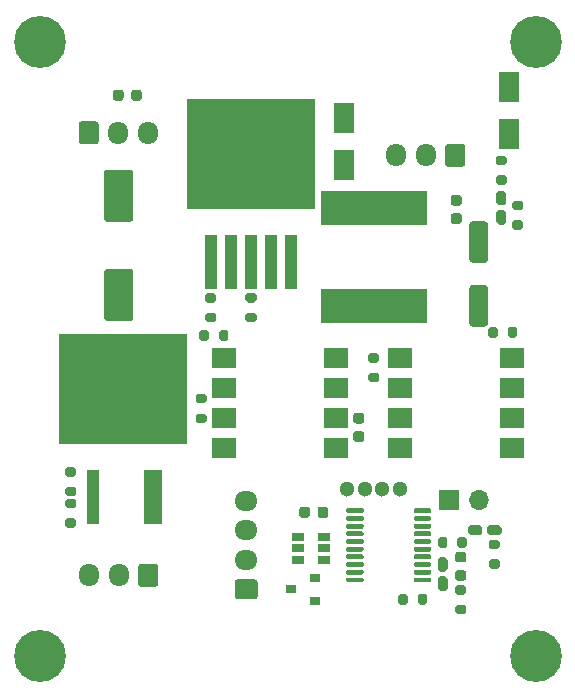
<source format=gts>
G04 #@! TF.GenerationSoftware,KiCad,Pcbnew,(5.1.8)-1*
G04 #@! TF.CreationDate,2021-03-23T12:55:02+03:00*
G04 #@! TF.ProjectId,uart_key,75617274-5f6b-4657-992e-6b696361645f,rev?*
G04 #@! TF.SameCoordinates,Original*
G04 #@! TF.FileFunction,Soldermask,Top*
G04 #@! TF.FilePolarity,Negative*
%FSLAX46Y46*%
G04 Gerber Fmt 4.6, Leading zero omitted, Abs format (unit mm)*
G04 Created by KiCad (PCBNEW (5.1.8)-1) date 2021-03-23 12:55:02*
%MOMM*%
%LPD*%
G01*
G04 APERTURE LIST*
%ADD10C,0.700000*%
%ADD11C,4.400000*%
%ADD12R,10.800000X9.400000*%
%ADD13R,1.100000X4.600000*%
%ADD14R,2.000000X1.780000*%
%ADD15R,0.900000X0.800000*%
%ADD16R,1.060000X0.650000*%
%ADD17R,1.500000X4.600000*%
%ADD18R,9.000000X3.000000*%
%ADD19O,1.700000X1.700000*%
%ADD20R,1.700000X1.700000*%
%ADD21O,1.700000X1.950000*%
%ADD22C,1.300000*%
%ADD23O,1.950000X1.700000*%
%ADD24R,1.800000X2.500000*%
G04 APERTURE END LIST*
D10*
X23166726Y-70833274D03*
X22000000Y-70350000D03*
X20833274Y-70833274D03*
X20350000Y-72000000D03*
X20833274Y-73166726D03*
X22000000Y-73650000D03*
X23166726Y-73166726D03*
X23650000Y-72000000D03*
D11*
X22000000Y-72000000D03*
D10*
X65166726Y-70833274D03*
X64000000Y-70350000D03*
X62833274Y-70833274D03*
X62350000Y-72000000D03*
X62833274Y-73166726D03*
X64000000Y-73650000D03*
X65166726Y-73166726D03*
X65650000Y-72000000D03*
D11*
X64000000Y-72000000D03*
D10*
X23166726Y-18833274D03*
X22000000Y-18350000D03*
X20833274Y-18833274D03*
X20350000Y-20000000D03*
X20833274Y-21166726D03*
X22000000Y-21650000D03*
X23166726Y-21166726D03*
X23650000Y-20000000D03*
D11*
X22000000Y-20000000D03*
D10*
X65166726Y-18833274D03*
X64000000Y-18350000D03*
X62833274Y-18833274D03*
X62350000Y-20000000D03*
X62833274Y-21166726D03*
X64000000Y-21650000D03*
X65166726Y-21166726D03*
X65650000Y-20000000D03*
D11*
X64000000Y-20000000D03*
G36*
G01*
X29690000Y-35200000D02*
X27690000Y-35200000D01*
G75*
G02*
X27440000Y-34950000I0J250000D01*
G01*
X27440000Y-31050000D01*
G75*
G02*
X27690000Y-30800000I250000J0D01*
G01*
X29690000Y-30800000D01*
G75*
G02*
X29940000Y-31050000I0J-250000D01*
G01*
X29940000Y-34950000D01*
G75*
G02*
X29690000Y-35200000I-250000J0D01*
G01*
G37*
G36*
G01*
X29690000Y-43600000D02*
X27690000Y-43600000D01*
G75*
G02*
X27440000Y-43350000I0J250000D01*
G01*
X27440000Y-39450000D01*
G75*
G02*
X27690000Y-39200000I250000J0D01*
G01*
X29690000Y-39200000D01*
G75*
G02*
X29940000Y-39450000I0J-250000D01*
G01*
X29940000Y-43350000D01*
G75*
G02*
X29690000Y-43600000I-250000J0D01*
G01*
G37*
G36*
G01*
X53162500Y-66897000D02*
X53162500Y-67447000D01*
G75*
G02*
X52962500Y-67647000I-200000J0D01*
G01*
X52562500Y-67647000D01*
G75*
G02*
X52362500Y-67447000I0J200000D01*
G01*
X52362500Y-66897000D01*
G75*
G02*
X52562500Y-66697000I200000J0D01*
G01*
X52962500Y-66697000D01*
G75*
G02*
X53162500Y-66897000I0J-200000D01*
G01*
G37*
G36*
G01*
X54812500Y-66897000D02*
X54812500Y-67447000D01*
G75*
G02*
X54612500Y-67647000I-200000J0D01*
G01*
X54212500Y-67647000D01*
G75*
G02*
X54012500Y-67447000I0J200000D01*
G01*
X54012500Y-66897000D01*
G75*
G02*
X54212500Y-66697000I200000J0D01*
G01*
X54612500Y-66697000D01*
G75*
G02*
X54812500Y-66897000I0J-200000D01*
G01*
G37*
D12*
X39885000Y-29465000D03*
D13*
X43285000Y-38615000D03*
X41585000Y-38615000D03*
X39885000Y-38615000D03*
X38185000Y-38615000D03*
X36485000Y-38615000D03*
D14*
X62030000Y-46725000D03*
X52500000Y-54345000D03*
X62030000Y-49265000D03*
X52500000Y-51805000D03*
X62030000Y-51805000D03*
X52500000Y-49265000D03*
X62030000Y-54345000D03*
X52500000Y-46725000D03*
D15*
X43295000Y-66330000D03*
X45295000Y-65380000D03*
X45295000Y-67280000D03*
D14*
X47113835Y-46759251D03*
X37583835Y-54379251D03*
X47113835Y-49299251D03*
X37583835Y-51839251D03*
X47113835Y-51839251D03*
X37583835Y-49299251D03*
X47113835Y-54379251D03*
X37583835Y-46759251D03*
G36*
G01*
X49425000Y-65425000D02*
X49425000Y-65625000D01*
G75*
G02*
X49325000Y-65725000I-100000J0D01*
G01*
X48050000Y-65725000D01*
G75*
G02*
X47950000Y-65625000I0J100000D01*
G01*
X47950000Y-65425000D01*
G75*
G02*
X48050000Y-65325000I100000J0D01*
G01*
X49325000Y-65325000D01*
G75*
G02*
X49425000Y-65425000I0J-100000D01*
G01*
G37*
G36*
G01*
X49425000Y-64775000D02*
X49425000Y-64975000D01*
G75*
G02*
X49325000Y-65075000I-100000J0D01*
G01*
X48050000Y-65075000D01*
G75*
G02*
X47950000Y-64975000I0J100000D01*
G01*
X47950000Y-64775000D01*
G75*
G02*
X48050000Y-64675000I100000J0D01*
G01*
X49325000Y-64675000D01*
G75*
G02*
X49425000Y-64775000I0J-100000D01*
G01*
G37*
G36*
G01*
X49425000Y-64125000D02*
X49425000Y-64325000D01*
G75*
G02*
X49325000Y-64425000I-100000J0D01*
G01*
X48050000Y-64425000D01*
G75*
G02*
X47950000Y-64325000I0J100000D01*
G01*
X47950000Y-64125000D01*
G75*
G02*
X48050000Y-64025000I100000J0D01*
G01*
X49325000Y-64025000D01*
G75*
G02*
X49425000Y-64125000I0J-100000D01*
G01*
G37*
G36*
G01*
X49425000Y-63475000D02*
X49425000Y-63675000D01*
G75*
G02*
X49325000Y-63775000I-100000J0D01*
G01*
X48050000Y-63775000D01*
G75*
G02*
X47950000Y-63675000I0J100000D01*
G01*
X47950000Y-63475000D01*
G75*
G02*
X48050000Y-63375000I100000J0D01*
G01*
X49325000Y-63375000D01*
G75*
G02*
X49425000Y-63475000I0J-100000D01*
G01*
G37*
G36*
G01*
X49425000Y-62825000D02*
X49425000Y-63025000D01*
G75*
G02*
X49325000Y-63125000I-100000J0D01*
G01*
X48050000Y-63125000D01*
G75*
G02*
X47950000Y-63025000I0J100000D01*
G01*
X47950000Y-62825000D01*
G75*
G02*
X48050000Y-62725000I100000J0D01*
G01*
X49325000Y-62725000D01*
G75*
G02*
X49425000Y-62825000I0J-100000D01*
G01*
G37*
G36*
G01*
X49425000Y-62175000D02*
X49425000Y-62375000D01*
G75*
G02*
X49325000Y-62475000I-100000J0D01*
G01*
X48050000Y-62475000D01*
G75*
G02*
X47950000Y-62375000I0J100000D01*
G01*
X47950000Y-62175000D01*
G75*
G02*
X48050000Y-62075000I100000J0D01*
G01*
X49325000Y-62075000D01*
G75*
G02*
X49425000Y-62175000I0J-100000D01*
G01*
G37*
G36*
G01*
X49425000Y-61525000D02*
X49425000Y-61725000D01*
G75*
G02*
X49325000Y-61825000I-100000J0D01*
G01*
X48050000Y-61825000D01*
G75*
G02*
X47950000Y-61725000I0J100000D01*
G01*
X47950000Y-61525000D01*
G75*
G02*
X48050000Y-61425000I100000J0D01*
G01*
X49325000Y-61425000D01*
G75*
G02*
X49425000Y-61525000I0J-100000D01*
G01*
G37*
G36*
G01*
X49425000Y-60875000D02*
X49425000Y-61075000D01*
G75*
G02*
X49325000Y-61175000I-100000J0D01*
G01*
X48050000Y-61175000D01*
G75*
G02*
X47950000Y-61075000I0J100000D01*
G01*
X47950000Y-60875000D01*
G75*
G02*
X48050000Y-60775000I100000J0D01*
G01*
X49325000Y-60775000D01*
G75*
G02*
X49425000Y-60875000I0J-100000D01*
G01*
G37*
G36*
G01*
X49425000Y-60225000D02*
X49425000Y-60425000D01*
G75*
G02*
X49325000Y-60525000I-100000J0D01*
G01*
X48050000Y-60525000D01*
G75*
G02*
X47950000Y-60425000I0J100000D01*
G01*
X47950000Y-60225000D01*
G75*
G02*
X48050000Y-60125000I100000J0D01*
G01*
X49325000Y-60125000D01*
G75*
G02*
X49425000Y-60225000I0J-100000D01*
G01*
G37*
G36*
G01*
X49425000Y-59575000D02*
X49425000Y-59775000D01*
G75*
G02*
X49325000Y-59875000I-100000J0D01*
G01*
X48050000Y-59875000D01*
G75*
G02*
X47950000Y-59775000I0J100000D01*
G01*
X47950000Y-59575000D01*
G75*
G02*
X48050000Y-59475000I100000J0D01*
G01*
X49325000Y-59475000D01*
G75*
G02*
X49425000Y-59575000I0J-100000D01*
G01*
G37*
G36*
G01*
X55150000Y-59575000D02*
X55150000Y-59775000D01*
G75*
G02*
X55050000Y-59875000I-100000J0D01*
G01*
X53775000Y-59875000D01*
G75*
G02*
X53675000Y-59775000I0J100000D01*
G01*
X53675000Y-59575000D01*
G75*
G02*
X53775000Y-59475000I100000J0D01*
G01*
X55050000Y-59475000D01*
G75*
G02*
X55150000Y-59575000I0J-100000D01*
G01*
G37*
G36*
G01*
X55150000Y-60225000D02*
X55150000Y-60425000D01*
G75*
G02*
X55050000Y-60525000I-100000J0D01*
G01*
X53775000Y-60525000D01*
G75*
G02*
X53675000Y-60425000I0J100000D01*
G01*
X53675000Y-60225000D01*
G75*
G02*
X53775000Y-60125000I100000J0D01*
G01*
X55050000Y-60125000D01*
G75*
G02*
X55150000Y-60225000I0J-100000D01*
G01*
G37*
G36*
G01*
X55150000Y-60875000D02*
X55150000Y-61075000D01*
G75*
G02*
X55050000Y-61175000I-100000J0D01*
G01*
X53775000Y-61175000D01*
G75*
G02*
X53675000Y-61075000I0J100000D01*
G01*
X53675000Y-60875000D01*
G75*
G02*
X53775000Y-60775000I100000J0D01*
G01*
X55050000Y-60775000D01*
G75*
G02*
X55150000Y-60875000I0J-100000D01*
G01*
G37*
G36*
G01*
X55150000Y-61525000D02*
X55150000Y-61725000D01*
G75*
G02*
X55050000Y-61825000I-100000J0D01*
G01*
X53775000Y-61825000D01*
G75*
G02*
X53675000Y-61725000I0J100000D01*
G01*
X53675000Y-61525000D01*
G75*
G02*
X53775000Y-61425000I100000J0D01*
G01*
X55050000Y-61425000D01*
G75*
G02*
X55150000Y-61525000I0J-100000D01*
G01*
G37*
G36*
G01*
X55150000Y-62175000D02*
X55150000Y-62375000D01*
G75*
G02*
X55050000Y-62475000I-100000J0D01*
G01*
X53775000Y-62475000D01*
G75*
G02*
X53675000Y-62375000I0J100000D01*
G01*
X53675000Y-62175000D01*
G75*
G02*
X53775000Y-62075000I100000J0D01*
G01*
X55050000Y-62075000D01*
G75*
G02*
X55150000Y-62175000I0J-100000D01*
G01*
G37*
G36*
G01*
X55150000Y-62825000D02*
X55150000Y-63025000D01*
G75*
G02*
X55050000Y-63125000I-100000J0D01*
G01*
X53775000Y-63125000D01*
G75*
G02*
X53675000Y-63025000I0J100000D01*
G01*
X53675000Y-62825000D01*
G75*
G02*
X53775000Y-62725000I100000J0D01*
G01*
X55050000Y-62725000D01*
G75*
G02*
X55150000Y-62825000I0J-100000D01*
G01*
G37*
G36*
G01*
X55150000Y-63475000D02*
X55150000Y-63675000D01*
G75*
G02*
X55050000Y-63775000I-100000J0D01*
G01*
X53775000Y-63775000D01*
G75*
G02*
X53675000Y-63675000I0J100000D01*
G01*
X53675000Y-63475000D01*
G75*
G02*
X53775000Y-63375000I100000J0D01*
G01*
X55050000Y-63375000D01*
G75*
G02*
X55150000Y-63475000I0J-100000D01*
G01*
G37*
G36*
G01*
X55150000Y-64125000D02*
X55150000Y-64325000D01*
G75*
G02*
X55050000Y-64425000I-100000J0D01*
G01*
X53775000Y-64425000D01*
G75*
G02*
X53675000Y-64325000I0J100000D01*
G01*
X53675000Y-64125000D01*
G75*
G02*
X53775000Y-64025000I100000J0D01*
G01*
X55050000Y-64025000D01*
G75*
G02*
X55150000Y-64125000I0J-100000D01*
G01*
G37*
G36*
G01*
X55150000Y-64775000D02*
X55150000Y-64975000D01*
G75*
G02*
X55050000Y-65075000I-100000J0D01*
G01*
X53775000Y-65075000D01*
G75*
G02*
X53675000Y-64975000I0J100000D01*
G01*
X53675000Y-64775000D01*
G75*
G02*
X53775000Y-64675000I100000J0D01*
G01*
X55050000Y-64675000D01*
G75*
G02*
X55150000Y-64775000I0J-100000D01*
G01*
G37*
G36*
G01*
X55150000Y-65425000D02*
X55150000Y-65625000D01*
G75*
G02*
X55050000Y-65725000I-100000J0D01*
G01*
X53775000Y-65725000D01*
G75*
G02*
X53675000Y-65625000I0J100000D01*
G01*
X53675000Y-65425000D01*
G75*
G02*
X53775000Y-65325000I100000J0D01*
G01*
X55050000Y-65325000D01*
G75*
G02*
X55150000Y-65425000I0J-100000D01*
G01*
G37*
D16*
X46046000Y-62854000D03*
X46046000Y-61904000D03*
X46046000Y-63804000D03*
X43846000Y-63804000D03*
X43846000Y-62854000D03*
X43846000Y-61904000D03*
G36*
G01*
X61630000Y-44841000D02*
X61630000Y-44291000D01*
G75*
G02*
X61830000Y-44091000I200000J0D01*
G01*
X62230000Y-44091000D01*
G75*
G02*
X62430000Y-44291000I0J-200000D01*
G01*
X62430000Y-44841000D01*
G75*
G02*
X62230000Y-45041000I-200000J0D01*
G01*
X61830000Y-45041000D01*
G75*
G02*
X61630000Y-44841000I0J200000D01*
G01*
G37*
G36*
G01*
X59980000Y-44841000D02*
X59980000Y-44291000D01*
G75*
G02*
X60180000Y-44091000I200000J0D01*
G01*
X60580000Y-44091000D01*
G75*
G02*
X60780000Y-44291000I0J-200000D01*
G01*
X60780000Y-44841000D01*
G75*
G02*
X60580000Y-45041000I-200000J0D01*
G01*
X60180000Y-45041000D01*
G75*
G02*
X59980000Y-44841000I0J200000D01*
G01*
G37*
G36*
G01*
X62197000Y-35085000D02*
X62747000Y-35085000D01*
G75*
G02*
X62947000Y-35285000I0J-200000D01*
G01*
X62947000Y-35685000D01*
G75*
G02*
X62747000Y-35885000I-200000J0D01*
G01*
X62197000Y-35885000D01*
G75*
G02*
X61997000Y-35685000I0J200000D01*
G01*
X61997000Y-35285000D01*
G75*
G02*
X62197000Y-35085000I200000J0D01*
G01*
G37*
G36*
G01*
X62197000Y-33435000D02*
X62747000Y-33435000D01*
G75*
G02*
X62947000Y-33635000I0J-200000D01*
G01*
X62947000Y-34035000D01*
G75*
G02*
X62747000Y-34235000I-200000J0D01*
G01*
X62197000Y-34235000D01*
G75*
G02*
X61997000Y-34035000I0J200000D01*
G01*
X61997000Y-33635000D01*
G75*
G02*
X62197000Y-33435000I200000J0D01*
G01*
G37*
G36*
G01*
X50005000Y-47975000D02*
X50555000Y-47975000D01*
G75*
G02*
X50755000Y-48175000I0J-200000D01*
G01*
X50755000Y-48575000D01*
G75*
G02*
X50555000Y-48775000I-200000J0D01*
G01*
X50005000Y-48775000D01*
G75*
G02*
X49805000Y-48575000I0J200000D01*
G01*
X49805000Y-48175000D01*
G75*
G02*
X50005000Y-47975000I200000J0D01*
G01*
G37*
G36*
G01*
X50005000Y-46325000D02*
X50555000Y-46325000D01*
G75*
G02*
X50755000Y-46525000I0J-200000D01*
G01*
X50755000Y-46925000D01*
G75*
G02*
X50555000Y-47125000I-200000J0D01*
G01*
X50005000Y-47125000D01*
G75*
G02*
X49805000Y-46925000I0J200000D01*
G01*
X49805000Y-46525000D01*
G75*
G02*
X50005000Y-46325000I200000J0D01*
G01*
G37*
G36*
G01*
X40160000Y-42045000D02*
X39610000Y-42045000D01*
G75*
G02*
X39410000Y-41845000I0J200000D01*
G01*
X39410000Y-41445000D01*
G75*
G02*
X39610000Y-41245000I200000J0D01*
G01*
X40160000Y-41245000D01*
G75*
G02*
X40360000Y-41445000I0J-200000D01*
G01*
X40360000Y-41845000D01*
G75*
G02*
X40160000Y-42045000I-200000J0D01*
G01*
G37*
G36*
G01*
X40160000Y-43695000D02*
X39610000Y-43695000D01*
G75*
G02*
X39410000Y-43495000I0J200000D01*
G01*
X39410000Y-43095000D01*
G75*
G02*
X39610000Y-42895000I200000J0D01*
G01*
X40160000Y-42895000D01*
G75*
G02*
X40360000Y-43095000I0J-200000D01*
G01*
X40360000Y-43495000D01*
G75*
G02*
X40160000Y-43695000I-200000J0D01*
G01*
G37*
G36*
G01*
X36210000Y-42895000D02*
X36760000Y-42895000D01*
G75*
G02*
X36960000Y-43095000I0J-200000D01*
G01*
X36960000Y-43495000D01*
G75*
G02*
X36760000Y-43695000I-200000J0D01*
G01*
X36210000Y-43695000D01*
G75*
G02*
X36010000Y-43495000I0J200000D01*
G01*
X36010000Y-43095000D01*
G75*
G02*
X36210000Y-42895000I200000J0D01*
G01*
G37*
G36*
G01*
X36210000Y-41245000D02*
X36760000Y-41245000D01*
G75*
G02*
X36960000Y-41445000I0J-200000D01*
G01*
X36960000Y-41845000D01*
G75*
G02*
X36760000Y-42045000I-200000J0D01*
G01*
X36210000Y-42045000D01*
G75*
G02*
X36010000Y-41845000I0J200000D01*
G01*
X36010000Y-41445000D01*
G75*
G02*
X36210000Y-41245000I200000J0D01*
G01*
G37*
G36*
G01*
X35950000Y-50589251D02*
X35400000Y-50589251D01*
G75*
G02*
X35200000Y-50389251I0J200000D01*
G01*
X35200000Y-49989251D01*
G75*
G02*
X35400000Y-49789251I200000J0D01*
G01*
X35950000Y-49789251D01*
G75*
G02*
X36150000Y-49989251I0J-200000D01*
G01*
X36150000Y-50389251D01*
G75*
G02*
X35950000Y-50589251I-200000J0D01*
G01*
G37*
G36*
G01*
X35950000Y-52239251D02*
X35400000Y-52239251D01*
G75*
G02*
X35200000Y-52039251I0J200000D01*
G01*
X35200000Y-51639251D01*
G75*
G02*
X35400000Y-51439251I200000J0D01*
G01*
X35950000Y-51439251D01*
G75*
G02*
X36150000Y-51639251I0J-200000D01*
G01*
X36150000Y-52039251D01*
G75*
G02*
X35950000Y-52239251I-200000J0D01*
G01*
G37*
G36*
G01*
X24901000Y-56778000D02*
X24351000Y-56778000D01*
G75*
G02*
X24151000Y-56578000I0J200000D01*
G01*
X24151000Y-56178000D01*
G75*
G02*
X24351000Y-55978000I200000J0D01*
G01*
X24901000Y-55978000D01*
G75*
G02*
X25101000Y-56178000I0J-200000D01*
G01*
X25101000Y-56578000D01*
G75*
G02*
X24901000Y-56778000I-200000J0D01*
G01*
G37*
G36*
G01*
X24901000Y-58428000D02*
X24351000Y-58428000D01*
G75*
G02*
X24151000Y-58228000I0J200000D01*
G01*
X24151000Y-57828000D01*
G75*
G02*
X24351000Y-57628000I200000J0D01*
G01*
X24901000Y-57628000D01*
G75*
G02*
X25101000Y-57828000I0J-200000D01*
G01*
X25101000Y-58228000D01*
G75*
G02*
X24901000Y-58428000I-200000J0D01*
G01*
G37*
G36*
G01*
X36330000Y-44545000D02*
X36330000Y-45095000D01*
G75*
G02*
X36130000Y-45295000I-200000J0D01*
G01*
X35730000Y-45295000D01*
G75*
G02*
X35530000Y-45095000I0J200000D01*
G01*
X35530000Y-44545000D01*
G75*
G02*
X35730000Y-44345000I200000J0D01*
G01*
X36130000Y-44345000D01*
G75*
G02*
X36330000Y-44545000I0J-200000D01*
G01*
G37*
G36*
G01*
X37980000Y-44545000D02*
X37980000Y-45095000D01*
G75*
G02*
X37780000Y-45295000I-200000J0D01*
G01*
X37380000Y-45295000D01*
G75*
G02*
X37180000Y-45095000I0J200000D01*
G01*
X37180000Y-44545000D01*
G75*
G02*
X37380000Y-44345000I200000J0D01*
G01*
X37780000Y-44345000D01*
G75*
G02*
X37980000Y-44545000I0J-200000D01*
G01*
G37*
G36*
G01*
X24901000Y-59444000D02*
X24351000Y-59444000D01*
G75*
G02*
X24151000Y-59244000I0J200000D01*
G01*
X24151000Y-58844000D01*
G75*
G02*
X24351000Y-58644000I200000J0D01*
G01*
X24901000Y-58644000D01*
G75*
G02*
X25101000Y-58844000I0J-200000D01*
G01*
X25101000Y-59244000D01*
G75*
G02*
X24901000Y-59444000I-200000J0D01*
G01*
G37*
G36*
G01*
X24901000Y-61094000D02*
X24351000Y-61094000D01*
G75*
G02*
X24151000Y-60894000I0J200000D01*
G01*
X24151000Y-60494000D01*
G75*
G02*
X24351000Y-60294000I200000J0D01*
G01*
X24901000Y-60294000D01*
G75*
G02*
X25101000Y-60494000I0J-200000D01*
G01*
X25101000Y-60894000D01*
G75*
G02*
X24901000Y-61094000I-200000J0D01*
G01*
G37*
G36*
G01*
X57921000Y-66788874D02*
X57371000Y-66788874D01*
G75*
G02*
X57171000Y-66588874I0J200000D01*
G01*
X57171000Y-66188874D01*
G75*
G02*
X57371000Y-65988874I200000J0D01*
G01*
X57921000Y-65988874D01*
G75*
G02*
X58121000Y-66188874I0J-200000D01*
G01*
X58121000Y-66588874D01*
G75*
G02*
X57921000Y-66788874I-200000J0D01*
G01*
G37*
G36*
G01*
X57921000Y-68438874D02*
X57371000Y-68438874D01*
G75*
G02*
X57171000Y-68238874I0J200000D01*
G01*
X57171000Y-67838874D01*
G75*
G02*
X57371000Y-67638874I200000J0D01*
G01*
X57921000Y-67638874D01*
G75*
G02*
X58121000Y-67838874I0J-200000D01*
G01*
X58121000Y-68238874D01*
G75*
G02*
X57921000Y-68438874I-200000J0D01*
G01*
G37*
G36*
G01*
X60765500Y-62937000D02*
X60215500Y-62937000D01*
G75*
G02*
X60015500Y-62737000I0J200000D01*
G01*
X60015500Y-62337000D01*
G75*
G02*
X60215500Y-62137000I200000J0D01*
G01*
X60765500Y-62137000D01*
G75*
G02*
X60965500Y-62337000I0J-200000D01*
G01*
X60965500Y-62737000D01*
G75*
G02*
X60765500Y-62937000I-200000J0D01*
G01*
G37*
G36*
G01*
X60765500Y-64587000D02*
X60215500Y-64587000D01*
G75*
G02*
X60015500Y-64387000I0J200000D01*
G01*
X60015500Y-63987000D01*
G75*
G02*
X60215500Y-63787000I200000J0D01*
G01*
X60765500Y-63787000D01*
G75*
G02*
X60965500Y-63987000I0J-200000D01*
G01*
X60965500Y-64387000D01*
G75*
G02*
X60765500Y-64587000I-200000J0D01*
G01*
G37*
G36*
G01*
X60800000Y-31275000D02*
X61350000Y-31275000D01*
G75*
G02*
X61550000Y-31475000I0J-200000D01*
G01*
X61550000Y-31875000D01*
G75*
G02*
X61350000Y-32075000I-200000J0D01*
G01*
X60800000Y-32075000D01*
G75*
G02*
X60600000Y-31875000I0J200000D01*
G01*
X60600000Y-31475000D01*
G75*
G02*
X60800000Y-31275000I200000J0D01*
G01*
G37*
G36*
G01*
X60800000Y-29625000D02*
X61350000Y-29625000D01*
G75*
G02*
X61550000Y-29825000I0J-200000D01*
G01*
X61550000Y-30225000D01*
G75*
G02*
X61350000Y-30425000I-200000J0D01*
G01*
X60800000Y-30425000D01*
G75*
G02*
X60600000Y-30225000I0J200000D01*
G01*
X60600000Y-29825000D01*
G75*
G02*
X60800000Y-29625000I200000J0D01*
G01*
G37*
G36*
G01*
X57372000Y-62621000D02*
X57372000Y-62071000D01*
G75*
G02*
X57572000Y-61871000I200000J0D01*
G01*
X57972000Y-61871000D01*
G75*
G02*
X58172000Y-62071000I0J-200000D01*
G01*
X58172000Y-62621000D01*
G75*
G02*
X57972000Y-62821000I-200000J0D01*
G01*
X57572000Y-62821000D01*
G75*
G02*
X57372000Y-62621000I0J200000D01*
G01*
G37*
G36*
G01*
X55722000Y-62621000D02*
X55722000Y-62071000D01*
G75*
G02*
X55922000Y-61871000I200000J0D01*
G01*
X56322000Y-61871000D01*
G75*
G02*
X56522000Y-62071000I0J-200000D01*
G01*
X56522000Y-62621000D01*
G75*
G02*
X56322000Y-62821000I-200000J0D01*
G01*
X55922000Y-62821000D01*
G75*
G02*
X55722000Y-62621000I0J200000D01*
G01*
G37*
D12*
X29090000Y-49380000D03*
D17*
X31630000Y-58530000D03*
D13*
X26550000Y-58530000D03*
D18*
X50280000Y-34025000D03*
X50280000Y-42325000D03*
D19*
X59170000Y-58790000D03*
D20*
X56630000Y-58790000D03*
D21*
X26190000Y-65140000D03*
X28690000Y-65140000D03*
G36*
G01*
X32040000Y-64415000D02*
X32040000Y-65865000D01*
G75*
G02*
X31790000Y-66115000I-250000J0D01*
G01*
X30590000Y-66115000D01*
G75*
G02*
X30340000Y-65865000I0J250000D01*
G01*
X30340000Y-64415000D01*
G75*
G02*
X30590000Y-64165000I250000J0D01*
G01*
X31790000Y-64165000D01*
G75*
G02*
X32040000Y-64415000I0J-250000D01*
G01*
G37*
D22*
X48010000Y-57822000D03*
X49510000Y-57822000D03*
X51010000Y-57822000D03*
X52510000Y-57822000D03*
D21*
X52185000Y-29580000D03*
X54685000Y-29580000D03*
G36*
G01*
X58035000Y-28855000D02*
X58035000Y-30305000D01*
G75*
G02*
X57785000Y-30555000I-250000J0D01*
G01*
X56585000Y-30555000D01*
G75*
G02*
X56335000Y-30305000I0J250000D01*
G01*
X56335000Y-28855000D01*
G75*
G02*
X56585000Y-28605000I250000J0D01*
G01*
X57785000Y-28605000D01*
G75*
G02*
X58035000Y-28855000I0J-250000D01*
G01*
G37*
X31150000Y-27675000D03*
X28650000Y-27675000D03*
G36*
G01*
X25300000Y-28400000D02*
X25300000Y-26950000D01*
G75*
G02*
X25550000Y-26700000I250000J0D01*
G01*
X26750000Y-26700000D01*
G75*
G02*
X27000000Y-26950000I0J-250000D01*
G01*
X27000000Y-28400000D01*
G75*
G02*
X26750000Y-28650000I-250000J0D01*
G01*
X25550000Y-28650000D01*
G75*
G02*
X25300000Y-28400000I0J250000D01*
G01*
G37*
D23*
X39485000Y-58830000D03*
X39485000Y-61330000D03*
X39485000Y-63830000D03*
G36*
G01*
X40210000Y-67180000D02*
X38760000Y-67180000D01*
G75*
G02*
X38510000Y-66930000I0J250000D01*
G01*
X38510000Y-65730000D01*
G75*
G02*
X38760000Y-65480000I250000J0D01*
G01*
X40210000Y-65480000D01*
G75*
G02*
X40460000Y-65730000I0J-250000D01*
G01*
X40460000Y-66930000D01*
G75*
G02*
X40210000Y-67180000I-250000J0D01*
G01*
G37*
D24*
X61710000Y-23770000D03*
X61710000Y-27770000D03*
X47740000Y-26405000D03*
X47740000Y-30405000D03*
G36*
G01*
X56334500Y-64837500D02*
X55909500Y-64837500D01*
G75*
G02*
X55697000Y-64625000I0J212500D01*
G01*
X55697000Y-63825000D01*
G75*
G02*
X55909500Y-63612500I212500J0D01*
G01*
X56334500Y-63612500D01*
G75*
G02*
X56547000Y-63825000I0J-212500D01*
G01*
X56547000Y-64625000D01*
G75*
G02*
X56334500Y-64837500I-212500J0D01*
G01*
G37*
G36*
G01*
X56334500Y-66462500D02*
X55909500Y-66462500D01*
G75*
G02*
X55697000Y-66250000I0J212500D01*
G01*
X55697000Y-65450000D01*
G75*
G02*
X55909500Y-65237500I212500J0D01*
G01*
X56334500Y-65237500D01*
G75*
G02*
X56547000Y-65450000I0J-212500D01*
G01*
X56547000Y-66250000D01*
G75*
G02*
X56334500Y-66462500I-212500J0D01*
G01*
G37*
G36*
G01*
X60862500Y-34225000D02*
X61287500Y-34225000D01*
G75*
G02*
X61500000Y-34437500I0J-212500D01*
G01*
X61500000Y-35237500D01*
G75*
G02*
X61287500Y-35450000I-212500J0D01*
G01*
X60862500Y-35450000D01*
G75*
G02*
X60650000Y-35237500I0J212500D01*
G01*
X60650000Y-34437500D01*
G75*
G02*
X60862500Y-34225000I212500J0D01*
G01*
G37*
G36*
G01*
X60862500Y-32600000D02*
X61287500Y-32600000D01*
G75*
G02*
X61500000Y-32812500I0J-212500D01*
G01*
X61500000Y-33612500D01*
G75*
G02*
X61287500Y-33825000I-212500J0D01*
G01*
X60862500Y-33825000D01*
G75*
G02*
X60650000Y-33612500I0J212500D01*
G01*
X60650000Y-32812500D01*
G75*
G02*
X60862500Y-32600000I212500J0D01*
G01*
G37*
G36*
G01*
X59478000Y-61117500D02*
X59478000Y-61542500D01*
G75*
G02*
X59265500Y-61755000I-212500J0D01*
G01*
X58465500Y-61755000D01*
G75*
G02*
X58253000Y-61542500I0J212500D01*
G01*
X58253000Y-61117500D01*
G75*
G02*
X58465500Y-60905000I212500J0D01*
G01*
X59265500Y-60905000D01*
G75*
G02*
X59478000Y-61117500I0J-212500D01*
G01*
G37*
G36*
G01*
X61103000Y-61117500D02*
X61103000Y-61542500D01*
G75*
G02*
X60890500Y-61755000I-212500J0D01*
G01*
X60090500Y-61755000D01*
G75*
G02*
X59878000Y-61542500I0J212500D01*
G01*
X59878000Y-61117500D01*
G75*
G02*
X60090500Y-60905000I212500J0D01*
G01*
X60890500Y-60905000D01*
G75*
G02*
X61103000Y-61117500I0J-212500D01*
G01*
G37*
G36*
G01*
X48760000Y-52939251D02*
X49260000Y-52939251D01*
G75*
G02*
X49485000Y-53164251I0J-225000D01*
G01*
X49485000Y-53614251D01*
G75*
G02*
X49260000Y-53839251I-225000J0D01*
G01*
X48760000Y-53839251D01*
G75*
G02*
X48535000Y-53614251I0J225000D01*
G01*
X48535000Y-53164251D01*
G75*
G02*
X48760000Y-52939251I225000J0D01*
G01*
G37*
G36*
G01*
X48760000Y-51389251D02*
X49260000Y-51389251D01*
G75*
G02*
X49485000Y-51614251I0J-225000D01*
G01*
X49485000Y-52064251D01*
G75*
G02*
X49260000Y-52289251I-225000J0D01*
G01*
X48760000Y-52289251D01*
G75*
G02*
X48535000Y-52064251I0J225000D01*
G01*
X48535000Y-51614251D01*
G75*
G02*
X48760000Y-51389251I225000J0D01*
G01*
G37*
G36*
G01*
X45525000Y-60056000D02*
X45525000Y-59556000D01*
G75*
G02*
X45750000Y-59331000I225000J0D01*
G01*
X46200000Y-59331000D01*
G75*
G02*
X46425000Y-59556000I0J-225000D01*
G01*
X46425000Y-60056000D01*
G75*
G02*
X46200000Y-60281000I-225000J0D01*
G01*
X45750000Y-60281000D01*
G75*
G02*
X45525000Y-60056000I0J225000D01*
G01*
G37*
G36*
G01*
X43975000Y-60056000D02*
X43975000Y-59556000D01*
G75*
G02*
X44200000Y-59331000I225000J0D01*
G01*
X44650000Y-59331000D01*
G75*
G02*
X44875000Y-59556000I0J-225000D01*
G01*
X44875000Y-60056000D01*
G75*
G02*
X44650000Y-60281000I-225000J0D01*
G01*
X44200000Y-60281000D01*
G75*
G02*
X43975000Y-60056000I0J225000D01*
G01*
G37*
G36*
G01*
X57515000Y-33840001D02*
X57015000Y-33840001D01*
G75*
G02*
X56790000Y-33615001I0J225000D01*
G01*
X56790000Y-33165001D01*
G75*
G02*
X57015000Y-32940001I225000J0D01*
G01*
X57515000Y-32940001D01*
G75*
G02*
X57740000Y-33165001I0J-225000D01*
G01*
X57740000Y-33615001D01*
G75*
G02*
X57515000Y-33840001I-225000J0D01*
G01*
G37*
G36*
G01*
X57515000Y-35390001D02*
X57015000Y-35390001D01*
G75*
G02*
X56790000Y-35165001I0J225000D01*
G01*
X56790000Y-34715001D01*
G75*
G02*
X57015000Y-34490001I225000J0D01*
G01*
X57515000Y-34490001D01*
G75*
G02*
X57740000Y-34715001I0J-225000D01*
G01*
X57740000Y-35165001D01*
G75*
G02*
X57515000Y-35390001I-225000J0D01*
G01*
G37*
G36*
G01*
X59720000Y-38675000D02*
X58620000Y-38675000D01*
G75*
G02*
X58370000Y-38425000I0J250000D01*
G01*
X58370000Y-35425000D01*
G75*
G02*
X58620000Y-35175000I250000J0D01*
G01*
X59720000Y-35175000D01*
G75*
G02*
X59970000Y-35425000I0J-250000D01*
G01*
X59970000Y-38425000D01*
G75*
G02*
X59720000Y-38675000I-250000J0D01*
G01*
G37*
G36*
G01*
X59720000Y-44075000D02*
X58620000Y-44075000D01*
G75*
G02*
X58370000Y-43825000I0J250000D01*
G01*
X58370000Y-40825000D01*
G75*
G02*
X58620000Y-40575000I250000J0D01*
G01*
X59720000Y-40575000D01*
G75*
G02*
X59970000Y-40825000I0J-250000D01*
G01*
X59970000Y-43825000D01*
G75*
G02*
X59720000Y-44075000I-250000J0D01*
G01*
G37*
G36*
G01*
X57396000Y-64703000D02*
X57896000Y-64703000D01*
G75*
G02*
X58121000Y-64928000I0J-225000D01*
G01*
X58121000Y-65378000D01*
G75*
G02*
X57896000Y-65603000I-225000J0D01*
G01*
X57396000Y-65603000D01*
G75*
G02*
X57171000Y-65378000I0J225000D01*
G01*
X57171000Y-64928000D01*
G75*
G02*
X57396000Y-64703000I225000J0D01*
G01*
G37*
G36*
G01*
X57396000Y-63153000D02*
X57896000Y-63153000D01*
G75*
G02*
X58121000Y-63378000I0J-225000D01*
G01*
X58121000Y-63828000D01*
G75*
G02*
X57896000Y-64053000I-225000J0D01*
G01*
X57396000Y-64053000D01*
G75*
G02*
X57171000Y-63828000I0J225000D01*
G01*
X57171000Y-63378000D01*
G75*
G02*
X57396000Y-63153000I225000J0D01*
G01*
G37*
G36*
G01*
X29750000Y-24750000D02*
X29750000Y-24250000D01*
G75*
G02*
X29975000Y-24025000I225000J0D01*
G01*
X30425000Y-24025000D01*
G75*
G02*
X30650000Y-24250000I0J-225000D01*
G01*
X30650000Y-24750000D01*
G75*
G02*
X30425000Y-24975000I-225000J0D01*
G01*
X29975000Y-24975000D01*
G75*
G02*
X29750000Y-24750000I0J225000D01*
G01*
G37*
G36*
G01*
X28200000Y-24750000D02*
X28200000Y-24250000D01*
G75*
G02*
X28425000Y-24025000I225000J0D01*
G01*
X28875000Y-24025000D01*
G75*
G02*
X29100000Y-24250000I0J-225000D01*
G01*
X29100000Y-24750000D01*
G75*
G02*
X28875000Y-24975000I-225000J0D01*
G01*
X28425000Y-24975000D01*
G75*
G02*
X28200000Y-24750000I0J225000D01*
G01*
G37*
M02*

</source>
